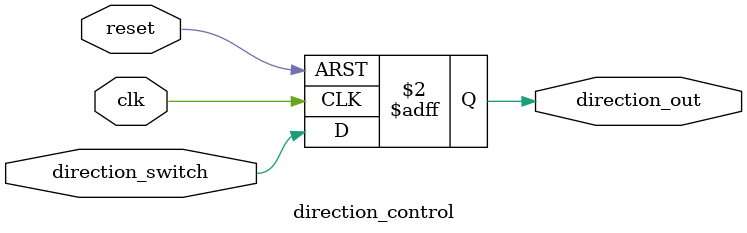
<source format=sv>
module direction_control (
    input  logic clk,                 // System clock
    input  logic reset,              // Active-high reset
    input  logic direction_switch,   // Input switch for motor direction (SW1)
    output logic direction_out       // Output signal representing processed direction
);

    // Latches the direction_switch value on each clock cycle
    // On reset, defaults direction to clockwise (1)
    always_ff @(posedge clk or posedge reset) begin
        if (reset)
            direction_out <= 1'b1;
        else
            direction_out <= direction_switch;
    end

endmodule

</source>
